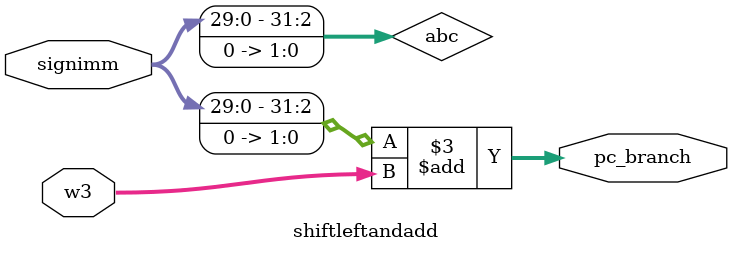
<source format=v>
`timescale 1ns / 1ps

module shiftleftandadd(
input [31:0] signimm, w3, output reg [31:0] pc_branch
    );
 reg [31:0] abc;
 
 initial
 begin
 pc_branch <= 0;
 end
 
 always @(signimm, w3)
 begin
 abc = signimm<<2;
 pc_branch = abc+w3;
end
endmodule

</source>
